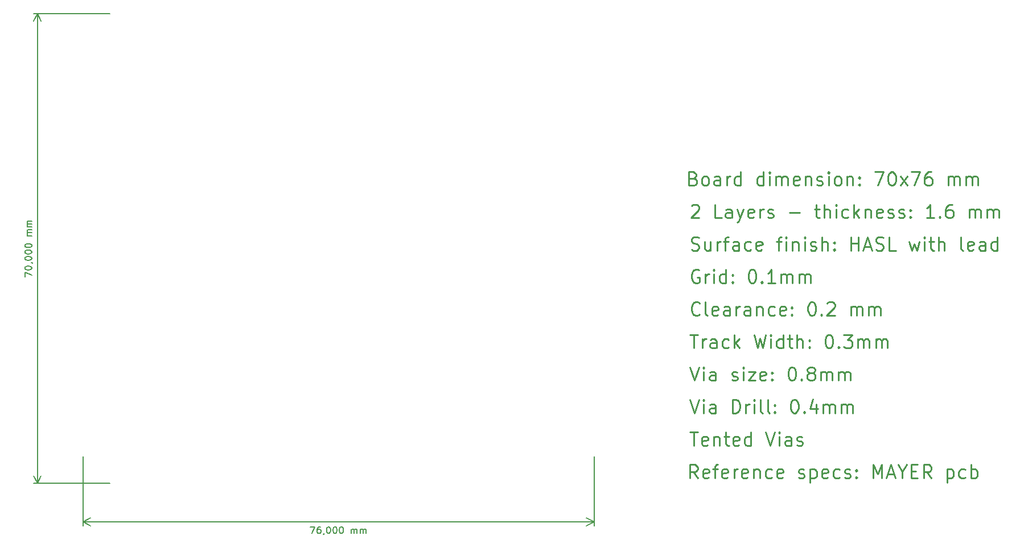
<source format=gbr>
%TF.GenerationSoftware,KiCad,Pcbnew,5.1.8-db9833491~87~ubuntu20.04.1*%
%TF.CreationDate,2020-11-15T00:24:13-03:00*%
%TF.ProjectId,dc_motor,64635f6d-6f74-46f7-922e-6b696361645f,Rev: 1.0*%
%TF.SameCoordinates,PX2dc6c00PY6cb8080*%
%TF.FileFunction,OtherDrawing,Comment*%
%FSLAX46Y46*%
G04 Gerber Fmt 4.6, Leading zero omitted, Abs format (unit mm)*
G04 Created by KiCad (PCBNEW 5.1.8-db9833491~87~ubuntu20.04.1) date 2020-11-15 00:24:13*
%MOMM*%
%LPD*%
G01*
G04 APERTURE LIST*
%ADD10C,0.250000*%
%ADD11C,0.150000*%
G04 APERTURE END LIST*
D10*
X90790476Y45442858D02*
X91076190Y45347620D01*
X91171428Y45252381D01*
X91266666Y45061905D01*
X91266666Y44776191D01*
X91171428Y44585715D01*
X91076190Y44490477D01*
X90885714Y44395239D01*
X90123809Y44395239D01*
X90123809Y46395239D01*
X90790476Y46395239D01*
X90980952Y46300000D01*
X91076190Y46204762D01*
X91171428Y46014286D01*
X91171428Y45823810D01*
X91076190Y45633334D01*
X90980952Y45538096D01*
X90790476Y45442858D01*
X90123809Y45442858D01*
X92409523Y44395239D02*
X92219047Y44490477D01*
X92123809Y44585715D01*
X92028571Y44776191D01*
X92028571Y45347620D01*
X92123809Y45538096D01*
X92219047Y45633334D01*
X92409523Y45728572D01*
X92695238Y45728572D01*
X92885714Y45633334D01*
X92980952Y45538096D01*
X93076190Y45347620D01*
X93076190Y44776191D01*
X92980952Y44585715D01*
X92885714Y44490477D01*
X92695238Y44395239D01*
X92409523Y44395239D01*
X94790476Y44395239D02*
X94790476Y45442858D01*
X94695238Y45633334D01*
X94504761Y45728572D01*
X94123809Y45728572D01*
X93933333Y45633334D01*
X94790476Y44490477D02*
X94600000Y44395239D01*
X94123809Y44395239D01*
X93933333Y44490477D01*
X93838095Y44680953D01*
X93838095Y44871429D01*
X93933333Y45061905D01*
X94123809Y45157143D01*
X94600000Y45157143D01*
X94790476Y45252381D01*
X95742857Y44395239D02*
X95742857Y45728572D01*
X95742857Y45347620D02*
X95838095Y45538096D01*
X95933333Y45633334D01*
X96123809Y45728572D01*
X96314285Y45728572D01*
X97838095Y44395239D02*
X97838095Y46395239D01*
X97838095Y44490477D02*
X97647619Y44395239D01*
X97266666Y44395239D01*
X97076190Y44490477D01*
X96980952Y44585715D01*
X96885714Y44776191D01*
X96885714Y45347620D01*
X96980952Y45538096D01*
X97076190Y45633334D01*
X97266666Y45728572D01*
X97647619Y45728572D01*
X97838095Y45633334D01*
X101171428Y44395239D02*
X101171428Y46395239D01*
X101171428Y44490477D02*
X100980952Y44395239D01*
X100600000Y44395239D01*
X100409523Y44490477D01*
X100314285Y44585715D01*
X100219047Y44776191D01*
X100219047Y45347620D01*
X100314285Y45538096D01*
X100409523Y45633334D01*
X100600000Y45728572D01*
X100980952Y45728572D01*
X101171428Y45633334D01*
X102123809Y44395239D02*
X102123809Y45728572D01*
X102123809Y46395239D02*
X102028571Y46300000D01*
X102123809Y46204762D01*
X102219047Y46300000D01*
X102123809Y46395239D01*
X102123809Y46204762D01*
X103076190Y44395239D02*
X103076190Y45728572D01*
X103076190Y45538096D02*
X103171428Y45633334D01*
X103361904Y45728572D01*
X103647619Y45728572D01*
X103838095Y45633334D01*
X103933333Y45442858D01*
X103933333Y44395239D01*
X103933333Y45442858D02*
X104028571Y45633334D01*
X104219047Y45728572D01*
X104504761Y45728572D01*
X104695238Y45633334D01*
X104790476Y45442858D01*
X104790476Y44395239D01*
X106504761Y44490477D02*
X106314285Y44395239D01*
X105933333Y44395239D01*
X105742857Y44490477D01*
X105647619Y44680953D01*
X105647619Y45442858D01*
X105742857Y45633334D01*
X105933333Y45728572D01*
X106314285Y45728572D01*
X106504761Y45633334D01*
X106600000Y45442858D01*
X106600000Y45252381D01*
X105647619Y45061905D01*
X107457142Y45728572D02*
X107457142Y44395239D01*
X107457142Y45538096D02*
X107552380Y45633334D01*
X107742857Y45728572D01*
X108028571Y45728572D01*
X108219047Y45633334D01*
X108314285Y45442858D01*
X108314285Y44395239D01*
X109171428Y44490477D02*
X109361904Y44395239D01*
X109742857Y44395239D01*
X109933333Y44490477D01*
X110028571Y44680953D01*
X110028571Y44776191D01*
X109933333Y44966667D01*
X109742857Y45061905D01*
X109457142Y45061905D01*
X109266666Y45157143D01*
X109171428Y45347620D01*
X109171428Y45442858D01*
X109266666Y45633334D01*
X109457142Y45728572D01*
X109742857Y45728572D01*
X109933333Y45633334D01*
X110885714Y44395239D02*
X110885714Y45728572D01*
X110885714Y46395239D02*
X110790476Y46300000D01*
X110885714Y46204762D01*
X110980952Y46300000D01*
X110885714Y46395239D01*
X110885714Y46204762D01*
X112123809Y44395239D02*
X111933333Y44490477D01*
X111838095Y44585715D01*
X111742857Y44776191D01*
X111742857Y45347620D01*
X111838095Y45538096D01*
X111933333Y45633334D01*
X112123809Y45728572D01*
X112409523Y45728572D01*
X112600000Y45633334D01*
X112695238Y45538096D01*
X112790476Y45347620D01*
X112790476Y44776191D01*
X112695238Y44585715D01*
X112600000Y44490477D01*
X112409523Y44395239D01*
X112123809Y44395239D01*
X113647619Y45728572D02*
X113647619Y44395239D01*
X113647619Y45538096D02*
X113742857Y45633334D01*
X113933333Y45728572D01*
X114219047Y45728572D01*
X114409523Y45633334D01*
X114504761Y45442858D01*
X114504761Y44395239D01*
X115457142Y44585715D02*
X115552380Y44490477D01*
X115457142Y44395239D01*
X115361904Y44490477D01*
X115457142Y44585715D01*
X115457142Y44395239D01*
X115457142Y45633334D02*
X115552380Y45538096D01*
X115457142Y45442858D01*
X115361904Y45538096D01*
X115457142Y45633334D01*
X115457142Y45442858D01*
X117742857Y46395239D02*
X119076190Y46395239D01*
X118219047Y44395239D01*
X120219047Y46395239D02*
X120409523Y46395239D01*
X120600000Y46300000D01*
X120695238Y46204762D01*
X120790476Y46014286D01*
X120885714Y45633334D01*
X120885714Y45157143D01*
X120790476Y44776191D01*
X120695238Y44585715D01*
X120600000Y44490477D01*
X120409523Y44395239D01*
X120219047Y44395239D01*
X120028571Y44490477D01*
X119933333Y44585715D01*
X119838095Y44776191D01*
X119742857Y45157143D01*
X119742857Y45633334D01*
X119838095Y46014286D01*
X119933333Y46204762D01*
X120028571Y46300000D01*
X120219047Y46395239D01*
X121552380Y44395239D02*
X122600000Y45728572D01*
X121552380Y45728572D02*
X122600000Y44395239D01*
X123171428Y46395239D02*
X124504761Y46395239D01*
X123647619Y44395239D01*
X126123809Y46395239D02*
X125742857Y46395239D01*
X125552380Y46300000D01*
X125457142Y46204762D01*
X125266666Y45919048D01*
X125171428Y45538096D01*
X125171428Y44776191D01*
X125266666Y44585715D01*
X125361904Y44490477D01*
X125552380Y44395239D01*
X125933333Y44395239D01*
X126123809Y44490477D01*
X126219047Y44585715D01*
X126314285Y44776191D01*
X126314285Y45252381D01*
X126219047Y45442858D01*
X126123809Y45538096D01*
X125933333Y45633334D01*
X125552380Y45633334D01*
X125361904Y45538096D01*
X125266666Y45442858D01*
X125171428Y45252381D01*
X128695238Y44395239D02*
X128695238Y45728572D01*
X128695238Y45538096D02*
X128790476Y45633334D01*
X128980952Y45728572D01*
X129266666Y45728572D01*
X129457142Y45633334D01*
X129552380Y45442858D01*
X129552380Y44395239D01*
X129552380Y45442858D02*
X129647619Y45633334D01*
X129838095Y45728572D01*
X130123809Y45728572D01*
X130314285Y45633334D01*
X130409523Y45442858D01*
X130409523Y44395239D01*
X131361904Y44395239D02*
X131361904Y45728572D01*
X131361904Y45538096D02*
X131457142Y45633334D01*
X131647619Y45728572D01*
X131933333Y45728572D01*
X132123809Y45633334D01*
X132219047Y45442858D01*
X132219047Y44395239D01*
X132219047Y45442858D02*
X132314285Y45633334D01*
X132504761Y45728572D01*
X132790476Y45728572D01*
X132980952Y45633334D01*
X133076190Y45442858D01*
X133076190Y44395239D01*
X90304761Y7639687D02*
X91447618Y7639687D01*
X90876190Y5639687D02*
X90876190Y7639687D01*
X92876190Y5734925D02*
X92685713Y5639687D01*
X92304761Y5639687D01*
X92114285Y5734925D01*
X92019047Y5925401D01*
X92019047Y6687306D01*
X92114285Y6877782D01*
X92304761Y6973020D01*
X92685713Y6973020D01*
X92876190Y6877782D01*
X92971428Y6687306D01*
X92971428Y6496829D01*
X92019047Y6306353D01*
X93828571Y6973020D02*
X93828571Y5639687D01*
X93828571Y6782544D02*
X93923809Y6877782D01*
X94114285Y6973020D01*
X94399999Y6973020D01*
X94590475Y6877782D01*
X94685713Y6687306D01*
X94685713Y5639687D01*
X95352380Y6973020D02*
X96114285Y6973020D01*
X95638094Y7639687D02*
X95638094Y5925401D01*
X95733332Y5734925D01*
X95923809Y5639687D01*
X96114285Y5639687D01*
X97542856Y5734925D02*
X97352380Y5639687D01*
X96971428Y5639687D01*
X96780952Y5734925D01*
X96685713Y5925401D01*
X96685713Y6687306D01*
X96780952Y6877782D01*
X96971428Y6973020D01*
X97352380Y6973020D01*
X97542856Y6877782D01*
X97638094Y6687306D01*
X97638094Y6496829D01*
X96685713Y6306353D01*
X99352380Y5639687D02*
X99352380Y7639687D01*
X99352380Y5734925D02*
X99161904Y5639687D01*
X98780952Y5639687D01*
X98590475Y5734925D01*
X98495237Y5830163D01*
X98399999Y6020639D01*
X98399999Y6592068D01*
X98495237Y6782544D01*
X98590475Y6877782D01*
X98780952Y6973020D01*
X99161904Y6973020D01*
X99352380Y6877782D01*
X101542856Y7639687D02*
X102209523Y5639687D01*
X102876190Y7639687D01*
X103542856Y5639687D02*
X103542856Y6973020D01*
X103542856Y7639687D02*
X103447618Y7544448D01*
X103542856Y7449210D01*
X103638094Y7544448D01*
X103542856Y7639687D01*
X103542856Y7449210D01*
X105352380Y5639687D02*
X105352380Y6687306D01*
X105257142Y6877782D01*
X105066666Y6973020D01*
X104685713Y6973020D01*
X104495237Y6877782D01*
X105352380Y5734925D02*
X105161904Y5639687D01*
X104685713Y5639687D01*
X104495237Y5734925D01*
X104399999Y5925401D01*
X104399999Y6115877D01*
X104495237Y6306353D01*
X104685713Y6401591D01*
X105161904Y6401591D01*
X105352380Y6496829D01*
X106209523Y5734925D02*
X106399999Y5639687D01*
X106780952Y5639687D01*
X106971428Y5734925D01*
X107066666Y5925401D01*
X107066666Y6020639D01*
X106971428Y6211115D01*
X106780952Y6306353D01*
X106495237Y6306353D01*
X106304761Y6401591D01*
X106209523Y6592068D01*
X106209523Y6687306D01*
X106304761Y6877782D01*
X106495237Y6973020D01*
X106780952Y6973020D01*
X106971428Y6877782D01*
X90495238Y34801589D02*
X90780952Y34706351D01*
X91257142Y34706351D01*
X91447619Y34801589D01*
X91542857Y34896827D01*
X91638095Y35087303D01*
X91638095Y35277779D01*
X91542857Y35468255D01*
X91447619Y35563493D01*
X91257142Y35658732D01*
X90876190Y35753970D01*
X90685714Y35849208D01*
X90590476Y35944446D01*
X90495238Y36134922D01*
X90495238Y36325398D01*
X90590476Y36515874D01*
X90685714Y36611112D01*
X90876190Y36706351D01*
X91352381Y36706351D01*
X91638095Y36611112D01*
X93352381Y36039684D02*
X93352381Y34706351D01*
X92495238Y36039684D02*
X92495238Y34992065D01*
X92590476Y34801589D01*
X92780952Y34706351D01*
X93066666Y34706351D01*
X93257142Y34801589D01*
X93352381Y34896827D01*
X94304762Y34706351D02*
X94304762Y36039684D01*
X94304762Y35658732D02*
X94400000Y35849208D01*
X94495238Y35944446D01*
X94685714Y36039684D01*
X94876190Y36039684D01*
X95257142Y36039684D02*
X96019047Y36039684D01*
X95542857Y34706351D02*
X95542857Y36420636D01*
X95638095Y36611112D01*
X95828571Y36706351D01*
X96019047Y36706351D01*
X97542857Y34706351D02*
X97542857Y35753970D01*
X97447619Y35944446D01*
X97257142Y36039684D01*
X96876190Y36039684D01*
X96685714Y35944446D01*
X97542857Y34801589D02*
X97352381Y34706351D01*
X96876190Y34706351D01*
X96685714Y34801589D01*
X96590476Y34992065D01*
X96590476Y35182541D01*
X96685714Y35373017D01*
X96876190Y35468255D01*
X97352381Y35468255D01*
X97542857Y35563493D01*
X99352381Y34801589D02*
X99161904Y34706351D01*
X98780952Y34706351D01*
X98590476Y34801589D01*
X98495238Y34896827D01*
X98400000Y35087303D01*
X98400000Y35658732D01*
X98495238Y35849208D01*
X98590476Y35944446D01*
X98780952Y36039684D01*
X99161904Y36039684D01*
X99352381Y35944446D01*
X100971428Y34801589D02*
X100780952Y34706351D01*
X100400000Y34706351D01*
X100209523Y34801589D01*
X100114285Y34992065D01*
X100114285Y35753970D01*
X100209523Y35944446D01*
X100400000Y36039684D01*
X100780952Y36039684D01*
X100971428Y35944446D01*
X101066666Y35753970D01*
X101066666Y35563493D01*
X100114285Y35373017D01*
X103161904Y36039684D02*
X103923809Y36039684D01*
X103447619Y34706351D02*
X103447619Y36420636D01*
X103542857Y36611112D01*
X103733333Y36706351D01*
X103923809Y36706351D01*
X104590476Y34706351D02*
X104590476Y36039684D01*
X104590476Y36706351D02*
X104495238Y36611112D01*
X104590476Y36515874D01*
X104685714Y36611112D01*
X104590476Y36706351D01*
X104590476Y36515874D01*
X105542857Y36039684D02*
X105542857Y34706351D01*
X105542857Y35849208D02*
X105638095Y35944446D01*
X105828571Y36039684D01*
X106114285Y36039684D01*
X106304762Y35944446D01*
X106400000Y35753970D01*
X106400000Y34706351D01*
X107352381Y34706351D02*
X107352381Y36039684D01*
X107352381Y36706351D02*
X107257142Y36611112D01*
X107352381Y36515874D01*
X107447619Y36611112D01*
X107352381Y36706351D01*
X107352381Y36515874D01*
X108209523Y34801589D02*
X108400000Y34706351D01*
X108780952Y34706351D01*
X108971428Y34801589D01*
X109066666Y34992065D01*
X109066666Y35087303D01*
X108971428Y35277779D01*
X108780952Y35373017D01*
X108495238Y35373017D01*
X108304762Y35468255D01*
X108209523Y35658732D01*
X108209523Y35753970D01*
X108304762Y35944446D01*
X108495238Y36039684D01*
X108780952Y36039684D01*
X108971428Y35944446D01*
X109923809Y34706351D02*
X109923809Y36706351D01*
X110780952Y34706351D02*
X110780952Y35753970D01*
X110685714Y35944446D01*
X110495238Y36039684D01*
X110209523Y36039684D01*
X110019047Y35944446D01*
X109923809Y35849208D01*
X111733333Y34896827D02*
X111828571Y34801589D01*
X111733333Y34706351D01*
X111638095Y34801589D01*
X111733333Y34896827D01*
X111733333Y34706351D01*
X111733333Y35944446D02*
X111828571Y35849208D01*
X111733333Y35753970D01*
X111638095Y35849208D01*
X111733333Y35944446D01*
X111733333Y35753970D01*
X114209523Y34706351D02*
X114209523Y36706351D01*
X114209523Y35753970D02*
X115352381Y35753970D01*
X115352381Y34706351D02*
X115352381Y36706351D01*
X116209523Y35277779D02*
X117161904Y35277779D01*
X116019047Y34706351D02*
X116685714Y36706351D01*
X117352381Y34706351D01*
X117923809Y34801589D02*
X118209523Y34706351D01*
X118685714Y34706351D01*
X118876190Y34801589D01*
X118971428Y34896827D01*
X119066666Y35087303D01*
X119066666Y35277779D01*
X118971428Y35468255D01*
X118876190Y35563493D01*
X118685714Y35658732D01*
X118304762Y35753970D01*
X118114285Y35849208D01*
X118019047Y35944446D01*
X117923809Y36134922D01*
X117923809Y36325398D01*
X118019047Y36515874D01*
X118114285Y36611112D01*
X118304762Y36706351D01*
X118780952Y36706351D01*
X119066666Y36611112D01*
X120876190Y34706351D02*
X119923809Y34706351D01*
X119923809Y36706351D01*
X122876190Y36039684D02*
X123257142Y34706351D01*
X123638095Y35658732D01*
X124019047Y34706351D01*
X124400000Y36039684D01*
X125161904Y34706351D02*
X125161904Y36039684D01*
X125161904Y36706351D02*
X125066666Y36611112D01*
X125161904Y36515874D01*
X125257142Y36611112D01*
X125161904Y36706351D01*
X125161904Y36515874D01*
X125828571Y36039684D02*
X126590476Y36039684D01*
X126114285Y36706351D02*
X126114285Y34992065D01*
X126209523Y34801589D01*
X126400000Y34706351D01*
X126590476Y34706351D01*
X127257142Y34706351D02*
X127257142Y36706351D01*
X128114285Y34706351D02*
X128114285Y35753970D01*
X128019047Y35944446D01*
X127828571Y36039684D01*
X127542857Y36039684D01*
X127352381Y35944446D01*
X127257142Y35849208D01*
X130876190Y34706351D02*
X130685714Y34801589D01*
X130590476Y34992065D01*
X130590476Y36706351D01*
X132400000Y34801589D02*
X132209523Y34706351D01*
X131828571Y34706351D01*
X131638095Y34801589D01*
X131542857Y34992065D01*
X131542857Y35753970D01*
X131638095Y35944446D01*
X131828571Y36039684D01*
X132209523Y36039684D01*
X132400000Y35944446D01*
X132495238Y35753970D01*
X132495238Y35563493D01*
X131542857Y35373017D01*
X134209523Y34706351D02*
X134209523Y35753970D01*
X134114285Y35944446D01*
X133923809Y36039684D01*
X133542857Y36039684D01*
X133352381Y35944446D01*
X134209523Y34801589D02*
X134019047Y34706351D01*
X133542857Y34706351D01*
X133352381Y34801589D01*
X133257142Y34992065D01*
X133257142Y35182541D01*
X133352381Y35373017D01*
X133542857Y35468255D01*
X134019047Y35468255D01*
X134209523Y35563493D01*
X136019047Y34706351D02*
X136019047Y36706351D01*
X136019047Y34801589D02*
X135828571Y34706351D01*
X135447619Y34706351D01*
X135257142Y34801589D01*
X135161904Y34896827D01*
X135066666Y35087303D01*
X135066666Y35658732D01*
X135161904Y35849208D01*
X135257142Y35944446D01*
X135447619Y36039684D01*
X135828571Y36039684D01*
X136019047Y35944446D01*
X91409523Y795239D02*
X90742857Y1747620D01*
X90266666Y795239D02*
X90266666Y2795239D01*
X91028571Y2795239D01*
X91219047Y2700000D01*
X91314285Y2604762D01*
X91409523Y2414286D01*
X91409523Y2128572D01*
X91314285Y1938096D01*
X91219047Y1842858D01*
X91028571Y1747620D01*
X90266666Y1747620D01*
X93028571Y890477D02*
X92838095Y795239D01*
X92457142Y795239D01*
X92266666Y890477D01*
X92171428Y1080953D01*
X92171428Y1842858D01*
X92266666Y2033334D01*
X92457142Y2128572D01*
X92838095Y2128572D01*
X93028571Y2033334D01*
X93123809Y1842858D01*
X93123809Y1652381D01*
X92171428Y1461905D01*
X93695238Y2128572D02*
X94457142Y2128572D01*
X93980952Y795239D02*
X93980952Y2509524D01*
X94076190Y2700000D01*
X94266666Y2795239D01*
X94457142Y2795239D01*
X95885714Y890477D02*
X95695238Y795239D01*
X95314285Y795239D01*
X95123809Y890477D01*
X95028571Y1080953D01*
X95028571Y1842858D01*
X95123809Y2033334D01*
X95314285Y2128572D01*
X95695238Y2128572D01*
X95885714Y2033334D01*
X95980952Y1842858D01*
X95980952Y1652381D01*
X95028571Y1461905D01*
X96838095Y795239D02*
X96838095Y2128572D01*
X96838095Y1747620D02*
X96933333Y1938096D01*
X97028571Y2033334D01*
X97219047Y2128572D01*
X97409523Y2128572D01*
X98838095Y890477D02*
X98647619Y795239D01*
X98266666Y795239D01*
X98076190Y890477D01*
X97980952Y1080953D01*
X97980952Y1842858D01*
X98076190Y2033334D01*
X98266666Y2128572D01*
X98647619Y2128572D01*
X98838095Y2033334D01*
X98933333Y1842858D01*
X98933333Y1652381D01*
X97980952Y1461905D01*
X99790476Y2128572D02*
X99790476Y795239D01*
X99790476Y1938096D02*
X99885714Y2033334D01*
X100076190Y2128572D01*
X100361904Y2128572D01*
X100552380Y2033334D01*
X100647619Y1842858D01*
X100647619Y795239D01*
X102457142Y890477D02*
X102266666Y795239D01*
X101885714Y795239D01*
X101695238Y890477D01*
X101600000Y985715D01*
X101504761Y1176191D01*
X101504761Y1747620D01*
X101600000Y1938096D01*
X101695238Y2033334D01*
X101885714Y2128572D01*
X102266666Y2128572D01*
X102457142Y2033334D01*
X104076190Y890477D02*
X103885714Y795239D01*
X103504761Y795239D01*
X103314285Y890477D01*
X103219047Y1080953D01*
X103219047Y1842858D01*
X103314285Y2033334D01*
X103504761Y2128572D01*
X103885714Y2128572D01*
X104076190Y2033334D01*
X104171428Y1842858D01*
X104171428Y1652381D01*
X103219047Y1461905D01*
X106457142Y890477D02*
X106647619Y795239D01*
X107028571Y795239D01*
X107219047Y890477D01*
X107314285Y1080953D01*
X107314285Y1176191D01*
X107219047Y1366667D01*
X107028571Y1461905D01*
X106742857Y1461905D01*
X106552380Y1557143D01*
X106457142Y1747620D01*
X106457142Y1842858D01*
X106552380Y2033334D01*
X106742857Y2128572D01*
X107028571Y2128572D01*
X107219047Y2033334D01*
X108171428Y2128572D02*
X108171428Y128572D01*
X108171428Y2033334D02*
X108361904Y2128572D01*
X108742857Y2128572D01*
X108933333Y2033334D01*
X109028571Y1938096D01*
X109123809Y1747620D01*
X109123809Y1176191D01*
X109028571Y985715D01*
X108933333Y890477D01*
X108742857Y795239D01*
X108361904Y795239D01*
X108171428Y890477D01*
X110742857Y890477D02*
X110552380Y795239D01*
X110171428Y795239D01*
X109980952Y890477D01*
X109885714Y1080953D01*
X109885714Y1842858D01*
X109980952Y2033334D01*
X110171428Y2128572D01*
X110552380Y2128572D01*
X110742857Y2033334D01*
X110838095Y1842858D01*
X110838095Y1652381D01*
X109885714Y1461905D01*
X112552380Y890477D02*
X112361904Y795239D01*
X111980952Y795239D01*
X111790476Y890477D01*
X111695238Y985715D01*
X111600000Y1176191D01*
X111600000Y1747620D01*
X111695238Y1938096D01*
X111790476Y2033334D01*
X111980952Y2128572D01*
X112361904Y2128572D01*
X112552380Y2033334D01*
X113314285Y890477D02*
X113504761Y795239D01*
X113885714Y795239D01*
X114076190Y890477D01*
X114171428Y1080953D01*
X114171428Y1176191D01*
X114076190Y1366667D01*
X113885714Y1461905D01*
X113600000Y1461905D01*
X113409523Y1557143D01*
X113314285Y1747620D01*
X113314285Y1842858D01*
X113409523Y2033334D01*
X113600000Y2128572D01*
X113885714Y2128572D01*
X114076190Y2033334D01*
X115028571Y985715D02*
X115123809Y890477D01*
X115028571Y795239D01*
X114933333Y890477D01*
X115028571Y985715D01*
X115028571Y795239D01*
X115028571Y2033334D02*
X115123809Y1938096D01*
X115028571Y1842858D01*
X114933333Y1938096D01*
X115028571Y2033334D01*
X115028571Y1842858D01*
X117504761Y795239D02*
X117504761Y2795239D01*
X118171428Y1366667D01*
X118838095Y2795239D01*
X118838095Y795239D01*
X119695238Y1366667D02*
X120647619Y1366667D01*
X119504761Y795239D02*
X120171428Y2795239D01*
X120838095Y795239D01*
X121885714Y1747620D02*
X121885714Y795239D01*
X121219047Y2795239D02*
X121885714Y1747620D01*
X122552380Y2795239D01*
X123219047Y1842858D02*
X123885714Y1842858D01*
X124171428Y795239D02*
X123219047Y795239D01*
X123219047Y2795239D01*
X124171428Y2795239D01*
X126171428Y795239D02*
X125504761Y1747620D01*
X125028571Y795239D02*
X125028571Y2795239D01*
X125790476Y2795239D01*
X125980952Y2700000D01*
X126076190Y2604762D01*
X126171428Y2414286D01*
X126171428Y2128572D01*
X126076190Y1938096D01*
X125980952Y1842858D01*
X125790476Y1747620D01*
X125028571Y1747620D01*
X128552380Y2128572D02*
X128552380Y128572D01*
X128552380Y2033334D02*
X128742857Y2128572D01*
X129123809Y2128572D01*
X129314285Y2033334D01*
X129409523Y1938096D01*
X129504761Y1747620D01*
X129504761Y1176191D01*
X129409523Y985715D01*
X129314285Y890477D01*
X129123809Y795239D01*
X128742857Y795239D01*
X128552380Y890477D01*
X131219047Y890477D02*
X131028571Y795239D01*
X130647619Y795239D01*
X130457142Y890477D01*
X130361904Y985715D01*
X130266666Y1176191D01*
X130266666Y1747620D01*
X130361904Y1938096D01*
X130457142Y2033334D01*
X130647619Y2128572D01*
X131028571Y2128572D01*
X131219047Y2033334D01*
X132076190Y795239D02*
X132076190Y2795239D01*
X132076190Y2033334D02*
X132266666Y2128572D01*
X132647619Y2128572D01*
X132838095Y2033334D01*
X132933333Y1938096D01*
X133028571Y1747620D01*
X133028571Y1176191D01*
X132933333Y985715D01*
X132838095Y890477D01*
X132647619Y795239D01*
X132266666Y795239D01*
X132076190Y890477D01*
X90495238Y41360318D02*
X90590476Y41455556D01*
X90780952Y41550795D01*
X91257142Y41550795D01*
X91447619Y41455556D01*
X91542857Y41360318D01*
X91638095Y41169842D01*
X91638095Y40979366D01*
X91542857Y40693652D01*
X90400000Y39550795D01*
X91638095Y39550795D01*
X94971428Y39550795D02*
X94019047Y39550795D01*
X94019047Y41550795D01*
X96495238Y39550795D02*
X96495238Y40598414D01*
X96400000Y40788890D01*
X96209523Y40884128D01*
X95828571Y40884128D01*
X95638095Y40788890D01*
X96495238Y39646033D02*
X96304761Y39550795D01*
X95828571Y39550795D01*
X95638095Y39646033D01*
X95542857Y39836509D01*
X95542857Y40026985D01*
X95638095Y40217461D01*
X95828571Y40312699D01*
X96304761Y40312699D01*
X96495238Y40407937D01*
X97257142Y40884128D02*
X97733333Y39550795D01*
X98209523Y40884128D02*
X97733333Y39550795D01*
X97542857Y39074604D01*
X97447619Y38979366D01*
X97257142Y38884128D01*
X99733333Y39646033D02*
X99542857Y39550795D01*
X99161904Y39550795D01*
X98971428Y39646033D01*
X98876190Y39836509D01*
X98876190Y40598414D01*
X98971428Y40788890D01*
X99161904Y40884128D01*
X99542857Y40884128D01*
X99733333Y40788890D01*
X99828571Y40598414D01*
X99828571Y40407937D01*
X98876190Y40217461D01*
X100685714Y39550795D02*
X100685714Y40884128D01*
X100685714Y40503176D02*
X100780952Y40693652D01*
X100876190Y40788890D01*
X101066666Y40884128D01*
X101257142Y40884128D01*
X101828571Y39646033D02*
X102019047Y39550795D01*
X102400000Y39550795D01*
X102590476Y39646033D01*
X102685714Y39836509D01*
X102685714Y39931747D01*
X102590476Y40122223D01*
X102400000Y40217461D01*
X102114285Y40217461D01*
X101923809Y40312699D01*
X101828571Y40503176D01*
X101828571Y40598414D01*
X101923809Y40788890D01*
X102114285Y40884128D01*
X102400000Y40884128D01*
X102590476Y40788890D01*
X105066666Y40312699D02*
X106590476Y40312699D01*
X108780952Y40884128D02*
X109542857Y40884128D01*
X109066666Y41550795D02*
X109066666Y39836509D01*
X109161904Y39646033D01*
X109352380Y39550795D01*
X109542857Y39550795D01*
X110209523Y39550795D02*
X110209523Y41550795D01*
X111066666Y39550795D02*
X111066666Y40598414D01*
X110971428Y40788890D01*
X110780952Y40884128D01*
X110495238Y40884128D01*
X110304761Y40788890D01*
X110209523Y40693652D01*
X112019047Y39550795D02*
X112019047Y40884128D01*
X112019047Y41550795D02*
X111923809Y41455556D01*
X112019047Y41360318D01*
X112114285Y41455556D01*
X112019047Y41550795D01*
X112019047Y41360318D01*
X113828571Y39646033D02*
X113638095Y39550795D01*
X113257142Y39550795D01*
X113066666Y39646033D01*
X112971428Y39741271D01*
X112876190Y39931747D01*
X112876190Y40503176D01*
X112971428Y40693652D01*
X113066666Y40788890D01*
X113257142Y40884128D01*
X113638095Y40884128D01*
X113828571Y40788890D01*
X114685714Y39550795D02*
X114685714Y41550795D01*
X114876190Y40312699D02*
X115447619Y39550795D01*
X115447619Y40884128D02*
X114685714Y40122223D01*
X116304761Y40884128D02*
X116304761Y39550795D01*
X116304761Y40693652D02*
X116400000Y40788890D01*
X116590476Y40884128D01*
X116876190Y40884128D01*
X117066666Y40788890D01*
X117161904Y40598414D01*
X117161904Y39550795D01*
X118876190Y39646033D02*
X118685714Y39550795D01*
X118304761Y39550795D01*
X118114285Y39646033D01*
X118019047Y39836509D01*
X118019047Y40598414D01*
X118114285Y40788890D01*
X118304761Y40884128D01*
X118685714Y40884128D01*
X118876190Y40788890D01*
X118971428Y40598414D01*
X118971428Y40407937D01*
X118019047Y40217461D01*
X119733333Y39646033D02*
X119923809Y39550795D01*
X120304761Y39550795D01*
X120495238Y39646033D01*
X120590476Y39836509D01*
X120590476Y39931747D01*
X120495238Y40122223D01*
X120304761Y40217461D01*
X120019047Y40217461D01*
X119828571Y40312699D01*
X119733333Y40503176D01*
X119733333Y40598414D01*
X119828571Y40788890D01*
X120019047Y40884128D01*
X120304761Y40884128D01*
X120495238Y40788890D01*
X121352380Y39646033D02*
X121542857Y39550795D01*
X121923809Y39550795D01*
X122114285Y39646033D01*
X122209523Y39836509D01*
X122209523Y39931747D01*
X122114285Y40122223D01*
X121923809Y40217461D01*
X121638095Y40217461D01*
X121447619Y40312699D01*
X121352380Y40503176D01*
X121352380Y40598414D01*
X121447619Y40788890D01*
X121638095Y40884128D01*
X121923809Y40884128D01*
X122114285Y40788890D01*
X123066666Y39741271D02*
X123161904Y39646033D01*
X123066666Y39550795D01*
X122971428Y39646033D01*
X123066666Y39741271D01*
X123066666Y39550795D01*
X123066666Y40788890D02*
X123161904Y40693652D01*
X123066666Y40598414D01*
X122971428Y40693652D01*
X123066666Y40788890D01*
X123066666Y40598414D01*
X126590476Y39550795D02*
X125447619Y39550795D01*
X126019047Y39550795D02*
X126019047Y41550795D01*
X125828571Y41265080D01*
X125638095Y41074604D01*
X125447619Y40979366D01*
X127447619Y39741271D02*
X127542857Y39646033D01*
X127447619Y39550795D01*
X127352380Y39646033D01*
X127447619Y39741271D01*
X127447619Y39550795D01*
X129257142Y41550795D02*
X128876190Y41550795D01*
X128685714Y41455556D01*
X128590476Y41360318D01*
X128400000Y41074604D01*
X128304761Y40693652D01*
X128304761Y39931747D01*
X128400000Y39741271D01*
X128495238Y39646033D01*
X128685714Y39550795D01*
X129066666Y39550795D01*
X129257142Y39646033D01*
X129352380Y39741271D01*
X129447619Y39931747D01*
X129447619Y40407937D01*
X129352380Y40598414D01*
X129257142Y40693652D01*
X129066666Y40788890D01*
X128685714Y40788890D01*
X128495238Y40693652D01*
X128400000Y40598414D01*
X128304761Y40407937D01*
X131828571Y39550795D02*
X131828571Y40884128D01*
X131828571Y40693652D02*
X131923809Y40788890D01*
X132114285Y40884128D01*
X132400000Y40884128D01*
X132590476Y40788890D01*
X132685714Y40598414D01*
X132685714Y39550795D01*
X132685714Y40598414D02*
X132780952Y40788890D01*
X132971428Y40884128D01*
X133257142Y40884128D01*
X133447619Y40788890D01*
X133542857Y40598414D01*
X133542857Y39550795D01*
X134495238Y39550795D02*
X134495238Y40884128D01*
X134495238Y40693652D02*
X134590476Y40788890D01*
X134780952Y40884128D01*
X135066666Y40884128D01*
X135257142Y40788890D01*
X135352380Y40598414D01*
X135352380Y39550795D01*
X135352380Y40598414D02*
X135447619Y40788890D01*
X135638095Y40884128D01*
X135923809Y40884128D01*
X136114285Y40788890D01*
X136209523Y40598414D01*
X136209523Y39550795D01*
X91638095Y31766668D02*
X91447619Y31861907D01*
X91161904Y31861907D01*
X90876190Y31766668D01*
X90685714Y31576192D01*
X90590476Y31385716D01*
X90495238Y31004764D01*
X90495238Y30719049D01*
X90590476Y30338097D01*
X90685714Y30147621D01*
X90876190Y29957145D01*
X91161904Y29861907D01*
X91352380Y29861907D01*
X91638095Y29957145D01*
X91733333Y30052383D01*
X91733333Y30719049D01*
X91352380Y30719049D01*
X92590476Y29861907D02*
X92590476Y31195240D01*
X92590476Y30814288D02*
X92685714Y31004764D01*
X92780952Y31100002D01*
X92971428Y31195240D01*
X93161904Y31195240D01*
X93828571Y29861907D02*
X93828571Y31195240D01*
X93828571Y31861907D02*
X93733333Y31766668D01*
X93828571Y31671430D01*
X93923809Y31766668D01*
X93828571Y31861907D01*
X93828571Y31671430D01*
X95638095Y29861907D02*
X95638095Y31861907D01*
X95638095Y29957145D02*
X95447619Y29861907D01*
X95066666Y29861907D01*
X94876190Y29957145D01*
X94780952Y30052383D01*
X94685714Y30242859D01*
X94685714Y30814288D01*
X94780952Y31004764D01*
X94876190Y31100002D01*
X95066666Y31195240D01*
X95447619Y31195240D01*
X95638095Y31100002D01*
X96590476Y30052383D02*
X96685714Y29957145D01*
X96590476Y29861907D01*
X96495238Y29957145D01*
X96590476Y30052383D01*
X96590476Y29861907D01*
X96590476Y31100002D02*
X96685714Y31004764D01*
X96590476Y30909526D01*
X96495238Y31004764D01*
X96590476Y31100002D01*
X96590476Y30909526D01*
X99447619Y31861907D02*
X99638095Y31861907D01*
X99828571Y31766668D01*
X99923809Y31671430D01*
X100019047Y31480954D01*
X100114285Y31100002D01*
X100114285Y30623811D01*
X100019047Y30242859D01*
X99923809Y30052383D01*
X99828571Y29957145D01*
X99638095Y29861907D01*
X99447619Y29861907D01*
X99257142Y29957145D01*
X99161904Y30052383D01*
X99066666Y30242859D01*
X98971428Y30623811D01*
X98971428Y31100002D01*
X99066666Y31480954D01*
X99161904Y31671430D01*
X99257142Y31766668D01*
X99447619Y31861907D01*
X100971428Y30052383D02*
X101066666Y29957145D01*
X100971428Y29861907D01*
X100876190Y29957145D01*
X100971428Y30052383D01*
X100971428Y29861907D01*
X102971428Y29861907D02*
X101828571Y29861907D01*
X102400000Y29861907D02*
X102400000Y31861907D01*
X102209523Y31576192D01*
X102019047Y31385716D01*
X101828571Y31290478D01*
X103828571Y29861907D02*
X103828571Y31195240D01*
X103828571Y31004764D02*
X103923809Y31100002D01*
X104114285Y31195240D01*
X104400000Y31195240D01*
X104590476Y31100002D01*
X104685714Y30909526D01*
X104685714Y29861907D01*
X104685714Y30909526D02*
X104780952Y31100002D01*
X104971428Y31195240D01*
X105257142Y31195240D01*
X105447619Y31100002D01*
X105542857Y30909526D01*
X105542857Y29861907D01*
X106495238Y29861907D02*
X106495238Y31195240D01*
X106495238Y31004764D02*
X106590476Y31100002D01*
X106780952Y31195240D01*
X107066666Y31195240D01*
X107257142Y31100002D01*
X107352380Y30909526D01*
X107352380Y29861907D01*
X107352380Y30909526D02*
X107447619Y31100002D01*
X107638095Y31195240D01*
X107923809Y31195240D01*
X108114285Y31100002D01*
X108209523Y30909526D01*
X108209523Y29861907D01*
X90304761Y12484131D02*
X90971428Y10484131D01*
X91638095Y12484131D01*
X92304761Y10484131D02*
X92304761Y11817464D01*
X92304761Y12484131D02*
X92209523Y12388892D01*
X92304761Y12293654D01*
X92399999Y12388892D01*
X92304761Y12484131D01*
X92304761Y12293654D01*
X94114285Y10484131D02*
X94114285Y11531750D01*
X94019047Y11722226D01*
X93828571Y11817464D01*
X93447618Y11817464D01*
X93257142Y11722226D01*
X94114285Y10579369D02*
X93923809Y10484131D01*
X93447618Y10484131D01*
X93257142Y10579369D01*
X93161904Y10769845D01*
X93161904Y10960321D01*
X93257142Y11150797D01*
X93447618Y11246035D01*
X93923809Y11246035D01*
X94114285Y11341273D01*
X96590476Y10484131D02*
X96590476Y12484131D01*
X97066666Y12484131D01*
X97352380Y12388892D01*
X97542857Y12198416D01*
X97638095Y12007940D01*
X97733333Y11626988D01*
X97733333Y11341273D01*
X97638095Y10960321D01*
X97542857Y10769845D01*
X97352380Y10579369D01*
X97066666Y10484131D01*
X96590476Y10484131D01*
X98590476Y10484131D02*
X98590476Y11817464D01*
X98590476Y11436512D02*
X98685714Y11626988D01*
X98780952Y11722226D01*
X98971428Y11817464D01*
X99161904Y11817464D01*
X99828571Y10484131D02*
X99828571Y11817464D01*
X99828571Y12484131D02*
X99733333Y12388892D01*
X99828571Y12293654D01*
X99923809Y12388892D01*
X99828571Y12484131D01*
X99828571Y12293654D01*
X101066666Y10484131D02*
X100876190Y10579369D01*
X100780952Y10769845D01*
X100780952Y12484131D01*
X102114285Y10484131D02*
X101923809Y10579369D01*
X101828571Y10769845D01*
X101828571Y12484131D01*
X102876190Y10674607D02*
X102971428Y10579369D01*
X102876190Y10484131D01*
X102780952Y10579369D01*
X102876190Y10674607D01*
X102876190Y10484131D01*
X102876190Y11722226D02*
X102971428Y11626988D01*
X102876190Y11531750D01*
X102780952Y11626988D01*
X102876190Y11722226D01*
X102876190Y11531750D01*
X105733333Y12484131D02*
X105923809Y12484131D01*
X106114285Y12388892D01*
X106209523Y12293654D01*
X106304761Y12103178D01*
X106399999Y11722226D01*
X106399999Y11246035D01*
X106304761Y10865083D01*
X106209523Y10674607D01*
X106114285Y10579369D01*
X105923809Y10484131D01*
X105733333Y10484131D01*
X105542857Y10579369D01*
X105447618Y10674607D01*
X105352380Y10865083D01*
X105257142Y11246035D01*
X105257142Y11722226D01*
X105352380Y12103178D01*
X105447618Y12293654D01*
X105542857Y12388892D01*
X105733333Y12484131D01*
X107257142Y10674607D02*
X107352380Y10579369D01*
X107257142Y10484131D01*
X107161904Y10579369D01*
X107257142Y10674607D01*
X107257142Y10484131D01*
X109066666Y11817464D02*
X109066666Y10484131D01*
X108590476Y12579369D02*
X108114285Y11150797D01*
X109352380Y11150797D01*
X110114285Y10484131D02*
X110114285Y11817464D01*
X110114285Y11626988D02*
X110209523Y11722226D01*
X110399999Y11817464D01*
X110685714Y11817464D01*
X110876190Y11722226D01*
X110971428Y11531750D01*
X110971428Y10484131D01*
X110971428Y11531750D02*
X111066666Y11722226D01*
X111257142Y11817464D01*
X111542857Y11817464D01*
X111733333Y11722226D01*
X111828571Y11531750D01*
X111828571Y10484131D01*
X112780952Y10484131D02*
X112780952Y11817464D01*
X112780952Y11626988D02*
X112876190Y11722226D01*
X113066666Y11817464D01*
X113352380Y11817464D01*
X113542857Y11722226D01*
X113638095Y11531750D01*
X113638095Y10484131D01*
X113638095Y11531750D02*
X113733333Y11722226D01*
X113923809Y11817464D01*
X114209523Y11817464D01*
X114399999Y11722226D01*
X114495237Y11531750D01*
X114495237Y10484131D01*
X90304761Y17328575D02*
X90971428Y15328575D01*
X91638095Y17328575D01*
X92304761Y15328575D02*
X92304761Y16661908D01*
X92304761Y17328575D02*
X92209523Y17233336D01*
X92304761Y17138098D01*
X92400000Y17233336D01*
X92304761Y17328575D01*
X92304761Y17138098D01*
X94114285Y15328575D02*
X94114285Y16376194D01*
X94019047Y16566670D01*
X93828571Y16661908D01*
X93447619Y16661908D01*
X93257142Y16566670D01*
X94114285Y15423813D02*
X93923809Y15328575D01*
X93447619Y15328575D01*
X93257142Y15423813D01*
X93161904Y15614289D01*
X93161904Y15804765D01*
X93257142Y15995241D01*
X93447619Y16090479D01*
X93923809Y16090479D01*
X94114285Y16185717D01*
X96495238Y15423813D02*
X96685714Y15328575D01*
X97066666Y15328575D01*
X97257142Y15423813D01*
X97352381Y15614289D01*
X97352381Y15709527D01*
X97257142Y15900003D01*
X97066666Y15995241D01*
X96780952Y15995241D01*
X96590476Y16090479D01*
X96495238Y16280956D01*
X96495238Y16376194D01*
X96590476Y16566670D01*
X96780952Y16661908D01*
X97066666Y16661908D01*
X97257142Y16566670D01*
X98209523Y15328575D02*
X98209523Y16661908D01*
X98209523Y17328575D02*
X98114285Y17233336D01*
X98209523Y17138098D01*
X98304761Y17233336D01*
X98209523Y17328575D01*
X98209523Y17138098D01*
X98971428Y16661908D02*
X100019047Y16661908D01*
X98971428Y15328575D01*
X100019047Y15328575D01*
X101542857Y15423813D02*
X101352381Y15328575D01*
X100971428Y15328575D01*
X100780952Y15423813D01*
X100685714Y15614289D01*
X100685714Y16376194D01*
X100780952Y16566670D01*
X100971428Y16661908D01*
X101352381Y16661908D01*
X101542857Y16566670D01*
X101638095Y16376194D01*
X101638095Y16185717D01*
X100685714Y15995241D01*
X102495238Y15519051D02*
X102590476Y15423813D01*
X102495238Y15328575D01*
X102400000Y15423813D01*
X102495238Y15519051D01*
X102495238Y15328575D01*
X102495238Y16566670D02*
X102590476Y16471432D01*
X102495238Y16376194D01*
X102400000Y16471432D01*
X102495238Y16566670D01*
X102495238Y16376194D01*
X105352381Y17328575D02*
X105542857Y17328575D01*
X105733333Y17233336D01*
X105828571Y17138098D01*
X105923809Y16947622D01*
X106019047Y16566670D01*
X106019047Y16090479D01*
X105923809Y15709527D01*
X105828571Y15519051D01*
X105733333Y15423813D01*
X105542857Y15328575D01*
X105352381Y15328575D01*
X105161904Y15423813D01*
X105066666Y15519051D01*
X104971428Y15709527D01*
X104876190Y16090479D01*
X104876190Y16566670D01*
X104971428Y16947622D01*
X105066666Y17138098D01*
X105161904Y17233336D01*
X105352381Y17328575D01*
X106876190Y15519051D02*
X106971428Y15423813D01*
X106876190Y15328575D01*
X106780952Y15423813D01*
X106876190Y15519051D01*
X106876190Y15328575D01*
X108114285Y16471432D02*
X107923809Y16566670D01*
X107828571Y16661908D01*
X107733333Y16852384D01*
X107733333Y16947622D01*
X107828571Y17138098D01*
X107923809Y17233336D01*
X108114285Y17328575D01*
X108495238Y17328575D01*
X108685714Y17233336D01*
X108780952Y17138098D01*
X108876190Y16947622D01*
X108876190Y16852384D01*
X108780952Y16661908D01*
X108685714Y16566670D01*
X108495238Y16471432D01*
X108114285Y16471432D01*
X107923809Y16376194D01*
X107828571Y16280956D01*
X107733333Y16090479D01*
X107733333Y15709527D01*
X107828571Y15519051D01*
X107923809Y15423813D01*
X108114285Y15328575D01*
X108495238Y15328575D01*
X108685714Y15423813D01*
X108780952Y15519051D01*
X108876190Y15709527D01*
X108876190Y16090479D01*
X108780952Y16280956D01*
X108685714Y16376194D01*
X108495238Y16471432D01*
X109733333Y15328575D02*
X109733333Y16661908D01*
X109733333Y16471432D02*
X109828571Y16566670D01*
X110019047Y16661908D01*
X110304761Y16661908D01*
X110495238Y16566670D01*
X110590476Y16376194D01*
X110590476Y15328575D01*
X110590476Y16376194D02*
X110685714Y16566670D01*
X110876190Y16661908D01*
X111161904Y16661908D01*
X111352381Y16566670D01*
X111447619Y16376194D01*
X111447619Y15328575D01*
X112400000Y15328575D02*
X112400000Y16661908D01*
X112400000Y16471432D02*
X112495238Y16566670D01*
X112685714Y16661908D01*
X112971428Y16661908D01*
X113161904Y16566670D01*
X113257142Y16376194D01*
X113257142Y15328575D01*
X113257142Y16376194D02*
X113352381Y16566670D01*
X113542857Y16661908D01*
X113828571Y16661908D01*
X114019047Y16566670D01*
X114114285Y16376194D01*
X114114285Y15328575D01*
X90304762Y22173019D02*
X91447619Y22173019D01*
X90876190Y20173019D02*
X90876190Y22173019D01*
X92114286Y20173019D02*
X92114286Y21506352D01*
X92114286Y21125400D02*
X92209524Y21315876D01*
X92304762Y21411114D01*
X92495238Y21506352D01*
X92685714Y21506352D01*
X94209524Y20173019D02*
X94209524Y21220638D01*
X94114286Y21411114D01*
X93923809Y21506352D01*
X93542857Y21506352D01*
X93352381Y21411114D01*
X94209524Y20268257D02*
X94019047Y20173019D01*
X93542857Y20173019D01*
X93352381Y20268257D01*
X93257143Y20458733D01*
X93257143Y20649209D01*
X93352381Y20839685D01*
X93542857Y20934923D01*
X94019047Y20934923D01*
X94209524Y21030161D01*
X96019047Y20268257D02*
X95828571Y20173019D01*
X95447619Y20173019D01*
X95257143Y20268257D01*
X95161905Y20363495D01*
X95066666Y20553971D01*
X95066666Y21125400D01*
X95161905Y21315876D01*
X95257143Y21411114D01*
X95447619Y21506352D01*
X95828571Y21506352D01*
X96019047Y21411114D01*
X96876190Y20173019D02*
X96876190Y22173019D01*
X97066666Y20934923D02*
X97638095Y20173019D01*
X97638095Y21506352D02*
X96876190Y20744447D01*
X99828571Y22173019D02*
X100304762Y20173019D01*
X100685714Y21601590D01*
X101066666Y20173019D01*
X101542857Y22173019D01*
X102304762Y20173019D02*
X102304762Y21506352D01*
X102304762Y22173019D02*
X102209524Y22077780D01*
X102304762Y21982542D01*
X102400000Y22077780D01*
X102304762Y22173019D01*
X102304762Y21982542D01*
X104114286Y20173019D02*
X104114286Y22173019D01*
X104114286Y20268257D02*
X103923809Y20173019D01*
X103542857Y20173019D01*
X103352381Y20268257D01*
X103257143Y20363495D01*
X103161905Y20553971D01*
X103161905Y21125400D01*
X103257143Y21315876D01*
X103352381Y21411114D01*
X103542857Y21506352D01*
X103923809Y21506352D01*
X104114286Y21411114D01*
X104780952Y21506352D02*
X105542857Y21506352D01*
X105066666Y22173019D02*
X105066666Y20458733D01*
X105161905Y20268257D01*
X105352381Y20173019D01*
X105542857Y20173019D01*
X106209524Y20173019D02*
X106209524Y22173019D01*
X107066666Y20173019D02*
X107066666Y21220638D01*
X106971428Y21411114D01*
X106780952Y21506352D01*
X106495238Y21506352D01*
X106304762Y21411114D01*
X106209524Y21315876D01*
X108019047Y20363495D02*
X108114286Y20268257D01*
X108019047Y20173019D01*
X107923809Y20268257D01*
X108019047Y20363495D01*
X108019047Y20173019D01*
X108019047Y21411114D02*
X108114286Y21315876D01*
X108019047Y21220638D01*
X107923809Y21315876D01*
X108019047Y21411114D01*
X108019047Y21220638D01*
X110876190Y22173019D02*
X111066666Y22173019D01*
X111257143Y22077780D01*
X111352381Y21982542D01*
X111447619Y21792066D01*
X111542857Y21411114D01*
X111542857Y20934923D01*
X111447619Y20553971D01*
X111352381Y20363495D01*
X111257143Y20268257D01*
X111066666Y20173019D01*
X110876190Y20173019D01*
X110685714Y20268257D01*
X110590476Y20363495D01*
X110495238Y20553971D01*
X110400000Y20934923D01*
X110400000Y21411114D01*
X110495238Y21792066D01*
X110590476Y21982542D01*
X110685714Y22077780D01*
X110876190Y22173019D01*
X112400000Y20363495D02*
X112495238Y20268257D01*
X112400000Y20173019D01*
X112304762Y20268257D01*
X112400000Y20363495D01*
X112400000Y20173019D01*
X113161905Y22173019D02*
X114400000Y22173019D01*
X113733333Y21411114D01*
X114019047Y21411114D01*
X114209524Y21315876D01*
X114304762Y21220638D01*
X114400000Y21030161D01*
X114400000Y20553971D01*
X114304762Y20363495D01*
X114209524Y20268257D01*
X114019047Y20173019D01*
X113447619Y20173019D01*
X113257143Y20268257D01*
X113161905Y20363495D01*
X115257143Y20173019D02*
X115257143Y21506352D01*
X115257143Y21315876D02*
X115352381Y21411114D01*
X115542857Y21506352D01*
X115828571Y21506352D01*
X116019047Y21411114D01*
X116114286Y21220638D01*
X116114286Y20173019D01*
X116114286Y21220638D02*
X116209524Y21411114D01*
X116400000Y21506352D01*
X116685714Y21506352D01*
X116876190Y21411114D01*
X116971428Y21220638D01*
X116971428Y20173019D01*
X117923809Y20173019D02*
X117923809Y21506352D01*
X117923809Y21315876D02*
X118019047Y21411114D01*
X118209524Y21506352D01*
X118495238Y21506352D01*
X118685714Y21411114D01*
X118780952Y21220638D01*
X118780952Y20173019D01*
X118780952Y21220638D02*
X118876190Y21411114D01*
X119066666Y21506352D01*
X119352381Y21506352D01*
X119542857Y21411114D01*
X119638095Y21220638D01*
X119638095Y20173019D01*
X91733333Y25207939D02*
X91638095Y25112701D01*
X91352380Y25017463D01*
X91161904Y25017463D01*
X90876190Y25112701D01*
X90685714Y25303177D01*
X90590476Y25493653D01*
X90495237Y25874605D01*
X90495237Y26160320D01*
X90590476Y26541272D01*
X90685714Y26731748D01*
X90876190Y26922224D01*
X91161904Y27017463D01*
X91352380Y27017463D01*
X91638095Y26922224D01*
X91733333Y26826986D01*
X92876190Y25017463D02*
X92685714Y25112701D01*
X92590476Y25303177D01*
X92590476Y27017463D01*
X94399999Y25112701D02*
X94209523Y25017463D01*
X93828571Y25017463D01*
X93638095Y25112701D01*
X93542856Y25303177D01*
X93542856Y26065082D01*
X93638095Y26255558D01*
X93828571Y26350796D01*
X94209523Y26350796D01*
X94399999Y26255558D01*
X94495237Y26065082D01*
X94495237Y25874605D01*
X93542856Y25684129D01*
X96209523Y25017463D02*
X96209523Y26065082D01*
X96114285Y26255558D01*
X95923809Y26350796D01*
X95542856Y26350796D01*
X95352380Y26255558D01*
X96209523Y25112701D02*
X96019047Y25017463D01*
X95542856Y25017463D01*
X95352380Y25112701D01*
X95257142Y25303177D01*
X95257142Y25493653D01*
X95352380Y25684129D01*
X95542856Y25779367D01*
X96019047Y25779367D01*
X96209523Y25874605D01*
X97161904Y25017463D02*
X97161904Y26350796D01*
X97161904Y25969844D02*
X97257142Y26160320D01*
X97352380Y26255558D01*
X97542856Y26350796D01*
X97733333Y26350796D01*
X99257142Y25017463D02*
X99257142Y26065082D01*
X99161904Y26255558D01*
X98971428Y26350796D01*
X98590476Y26350796D01*
X98399999Y26255558D01*
X99257142Y25112701D02*
X99066666Y25017463D01*
X98590476Y25017463D01*
X98399999Y25112701D01*
X98304761Y25303177D01*
X98304761Y25493653D01*
X98399999Y25684129D01*
X98590476Y25779367D01*
X99066666Y25779367D01*
X99257142Y25874605D01*
X100209523Y26350796D02*
X100209523Y25017463D01*
X100209523Y26160320D02*
X100304761Y26255558D01*
X100495237Y26350796D01*
X100780952Y26350796D01*
X100971428Y26255558D01*
X101066666Y26065082D01*
X101066666Y25017463D01*
X102876190Y25112701D02*
X102685714Y25017463D01*
X102304761Y25017463D01*
X102114285Y25112701D01*
X102019047Y25207939D01*
X101923809Y25398415D01*
X101923809Y25969844D01*
X102019047Y26160320D01*
X102114285Y26255558D01*
X102304761Y26350796D01*
X102685714Y26350796D01*
X102876190Y26255558D01*
X104495237Y25112701D02*
X104304761Y25017463D01*
X103923809Y25017463D01*
X103733333Y25112701D01*
X103638095Y25303177D01*
X103638095Y26065082D01*
X103733333Y26255558D01*
X103923809Y26350796D01*
X104304761Y26350796D01*
X104495237Y26255558D01*
X104590476Y26065082D01*
X104590476Y25874605D01*
X103638095Y25684129D01*
X105447618Y25207939D02*
X105542856Y25112701D01*
X105447618Y25017463D01*
X105352380Y25112701D01*
X105447618Y25207939D01*
X105447618Y25017463D01*
X105447618Y26255558D02*
X105542856Y26160320D01*
X105447618Y26065082D01*
X105352380Y26160320D01*
X105447618Y26255558D01*
X105447618Y26065082D01*
X108304761Y27017463D02*
X108495237Y27017463D01*
X108685714Y26922224D01*
X108780952Y26826986D01*
X108876190Y26636510D01*
X108971428Y26255558D01*
X108971428Y25779367D01*
X108876190Y25398415D01*
X108780952Y25207939D01*
X108685714Y25112701D01*
X108495237Y25017463D01*
X108304761Y25017463D01*
X108114285Y25112701D01*
X108019047Y25207939D01*
X107923809Y25398415D01*
X107828571Y25779367D01*
X107828571Y26255558D01*
X107923809Y26636510D01*
X108019047Y26826986D01*
X108114285Y26922224D01*
X108304761Y27017463D01*
X109828571Y25207939D02*
X109923809Y25112701D01*
X109828571Y25017463D01*
X109733333Y25112701D01*
X109828571Y25207939D01*
X109828571Y25017463D01*
X110685714Y26826986D02*
X110780952Y26922224D01*
X110971428Y27017463D01*
X111447618Y27017463D01*
X111638095Y26922224D01*
X111733333Y26826986D01*
X111828571Y26636510D01*
X111828571Y26446034D01*
X111733333Y26160320D01*
X110590476Y25017463D01*
X111828571Y25017463D01*
X114209523Y25017463D02*
X114209523Y26350796D01*
X114209523Y26160320D02*
X114304761Y26255558D01*
X114495237Y26350796D01*
X114780952Y26350796D01*
X114971428Y26255558D01*
X115066666Y26065082D01*
X115066666Y25017463D01*
X115066666Y26065082D02*
X115161904Y26255558D01*
X115352380Y26350796D01*
X115638095Y26350796D01*
X115828571Y26255558D01*
X115923809Y26065082D01*
X115923809Y25017463D01*
X116876190Y25017463D02*
X116876190Y26350796D01*
X116876190Y26160320D02*
X116971428Y26255558D01*
X117161904Y26350796D01*
X117447618Y26350796D01*
X117638095Y26255558D01*
X117733333Y26065082D01*
X117733333Y25017463D01*
X117733333Y26065082D02*
X117828571Y26255558D01*
X118019047Y26350796D01*
X118304761Y26350796D01*
X118495237Y26255558D01*
X118590476Y26065082D01*
X118590476Y25017463D01*
D11*
X-8647620Y30809524D02*
X-8647620Y31476191D01*
X-7647620Y31047620D01*
X-8647620Y32047620D02*
X-8647620Y32142858D01*
X-8600000Y32238096D01*
X-8552381Y32285715D01*
X-8457143Y32333334D01*
X-8266667Y32380953D01*
X-8028572Y32380953D01*
X-7838096Y32333334D01*
X-7742858Y32285715D01*
X-7695239Y32238096D01*
X-7647620Y32142858D01*
X-7647620Y32047620D01*
X-7695239Y31952381D01*
X-7742858Y31904762D01*
X-7838096Y31857143D01*
X-8028572Y31809524D01*
X-8266667Y31809524D01*
X-8457143Y31857143D01*
X-8552381Y31904762D01*
X-8600000Y31952381D01*
X-8647620Y32047620D01*
X-7695239Y32857143D02*
X-7647620Y32857143D01*
X-7552381Y32809524D01*
X-7504762Y32761905D01*
X-8647620Y33476191D02*
X-8647620Y33571429D01*
X-8600000Y33666667D01*
X-8552381Y33714286D01*
X-8457143Y33761905D01*
X-8266667Y33809524D01*
X-8028572Y33809524D01*
X-7838096Y33761905D01*
X-7742858Y33714286D01*
X-7695239Y33666667D01*
X-7647620Y33571429D01*
X-7647620Y33476191D01*
X-7695239Y33380953D01*
X-7742858Y33333334D01*
X-7838096Y33285715D01*
X-8028572Y33238096D01*
X-8266667Y33238096D01*
X-8457143Y33285715D01*
X-8552381Y33333334D01*
X-8600000Y33380953D01*
X-8647620Y33476191D01*
X-8647620Y34428572D02*
X-8647620Y34523810D01*
X-8600000Y34619048D01*
X-8552381Y34666667D01*
X-8457143Y34714286D01*
X-8266667Y34761905D01*
X-8028572Y34761905D01*
X-7838096Y34714286D01*
X-7742858Y34666667D01*
X-7695239Y34619048D01*
X-7647620Y34523810D01*
X-7647620Y34428572D01*
X-7695239Y34333334D01*
X-7742858Y34285715D01*
X-7838096Y34238096D01*
X-8028572Y34190477D01*
X-8266667Y34190477D01*
X-8457143Y34238096D01*
X-8552381Y34285715D01*
X-8600000Y34333334D01*
X-8647620Y34428572D01*
X-8647620Y35380953D02*
X-8647620Y35476191D01*
X-8600000Y35571429D01*
X-8552381Y35619048D01*
X-8457143Y35666667D01*
X-8266667Y35714286D01*
X-8028572Y35714286D01*
X-7838096Y35666667D01*
X-7742858Y35619048D01*
X-7695239Y35571429D01*
X-7647620Y35476191D01*
X-7647620Y35380953D01*
X-7695239Y35285715D01*
X-7742858Y35238096D01*
X-7838096Y35190477D01*
X-8028572Y35142858D01*
X-8266667Y35142858D01*
X-8457143Y35190477D01*
X-8552381Y35238096D01*
X-8600000Y35285715D01*
X-8647620Y35380953D01*
X-7647620Y36904762D02*
X-8314286Y36904762D01*
X-8219048Y36904762D02*
X-8266667Y36952381D01*
X-8314286Y37047620D01*
X-8314286Y37190477D01*
X-8266667Y37285715D01*
X-8171429Y37333334D01*
X-7647620Y37333334D01*
X-8171429Y37333334D02*
X-8266667Y37380953D01*
X-8314286Y37476191D01*
X-8314286Y37619048D01*
X-8266667Y37714286D01*
X-8171429Y37761905D01*
X-7647620Y37761905D01*
X-7647620Y38238096D02*
X-8314286Y38238096D01*
X-8219048Y38238096D02*
X-8266667Y38285715D01*
X-8314286Y38380953D01*
X-8314286Y38523810D01*
X-8266667Y38619048D01*
X-8171429Y38666667D01*
X-7647620Y38666667D01*
X-8171429Y38666667D02*
X-8266667Y38714286D01*
X-8314286Y38809524D01*
X-8314286Y38952381D01*
X-8266667Y39047620D01*
X-8171429Y39095239D01*
X-7647620Y39095239D01*
X-6800000Y0D02*
X-6800000Y70000000D01*
X4000000Y0D02*
X-7386421Y0D01*
X4000000Y70000000D02*
X-7386421Y70000000D01*
X-6800000Y70000000D02*
X-6213579Y68873496D01*
X-6800000Y70000000D02*
X-7386421Y68873496D01*
X-6800000Y0D02*
X-6213579Y1126504D01*
X-6800000Y0D02*
X-7386421Y1126504D01*
X33809523Y-6452380D02*
X34476190Y-6452380D01*
X34047619Y-7452380D01*
X35285714Y-6452380D02*
X35095238Y-6452380D01*
X35000000Y-6500000D01*
X34952380Y-6547619D01*
X34857142Y-6690476D01*
X34809523Y-6880952D01*
X34809523Y-7261904D01*
X34857142Y-7357142D01*
X34904761Y-7404761D01*
X35000000Y-7452380D01*
X35190476Y-7452380D01*
X35285714Y-7404761D01*
X35333333Y-7357142D01*
X35380952Y-7261904D01*
X35380952Y-7023809D01*
X35333333Y-6928571D01*
X35285714Y-6880952D01*
X35190476Y-6833333D01*
X35000000Y-6833333D01*
X34904761Y-6880952D01*
X34857142Y-6928571D01*
X34809523Y-7023809D01*
X35857142Y-7404761D02*
X35857142Y-7452380D01*
X35809523Y-7547619D01*
X35761904Y-7595238D01*
X36476190Y-6452380D02*
X36571428Y-6452380D01*
X36666666Y-6500000D01*
X36714285Y-6547619D01*
X36761904Y-6642857D01*
X36809523Y-6833333D01*
X36809523Y-7071428D01*
X36761904Y-7261904D01*
X36714285Y-7357142D01*
X36666666Y-7404761D01*
X36571428Y-7452380D01*
X36476190Y-7452380D01*
X36380952Y-7404761D01*
X36333333Y-7357142D01*
X36285714Y-7261904D01*
X36238095Y-7071428D01*
X36238095Y-6833333D01*
X36285714Y-6642857D01*
X36333333Y-6547619D01*
X36380952Y-6500000D01*
X36476190Y-6452380D01*
X37428571Y-6452380D02*
X37523809Y-6452380D01*
X37619047Y-6500000D01*
X37666666Y-6547619D01*
X37714285Y-6642857D01*
X37761904Y-6833333D01*
X37761904Y-7071428D01*
X37714285Y-7261904D01*
X37666666Y-7357142D01*
X37619047Y-7404761D01*
X37523809Y-7452380D01*
X37428571Y-7452380D01*
X37333333Y-7404761D01*
X37285714Y-7357142D01*
X37238095Y-7261904D01*
X37190476Y-7071428D01*
X37190476Y-6833333D01*
X37238095Y-6642857D01*
X37285714Y-6547619D01*
X37333333Y-6500000D01*
X37428571Y-6452380D01*
X38380952Y-6452380D02*
X38476190Y-6452380D01*
X38571428Y-6500000D01*
X38619047Y-6547619D01*
X38666666Y-6642857D01*
X38714285Y-6833333D01*
X38714285Y-7071428D01*
X38666666Y-7261904D01*
X38619047Y-7357142D01*
X38571428Y-7404761D01*
X38476190Y-7452380D01*
X38380952Y-7452380D01*
X38285714Y-7404761D01*
X38238095Y-7357142D01*
X38190476Y-7261904D01*
X38142857Y-7071428D01*
X38142857Y-6833333D01*
X38190476Y-6642857D01*
X38238095Y-6547619D01*
X38285714Y-6500000D01*
X38380952Y-6452380D01*
X39904761Y-7452380D02*
X39904761Y-6785714D01*
X39904761Y-6880952D02*
X39952380Y-6833333D01*
X40047619Y-6785714D01*
X40190476Y-6785714D01*
X40285714Y-6833333D01*
X40333333Y-6928571D01*
X40333333Y-7452380D01*
X40333333Y-6928571D02*
X40380952Y-6833333D01*
X40476190Y-6785714D01*
X40619047Y-6785714D01*
X40714285Y-6833333D01*
X40761904Y-6928571D01*
X40761904Y-7452380D01*
X41238095Y-7452380D02*
X41238095Y-6785714D01*
X41238095Y-6880952D02*
X41285714Y-6833333D01*
X41380952Y-6785714D01*
X41523809Y-6785714D01*
X41619047Y-6833333D01*
X41666666Y-6928571D01*
X41666666Y-7452380D01*
X41666666Y-6928571D02*
X41714285Y-6833333D01*
X41809523Y-6785714D01*
X41952380Y-6785714D01*
X42047619Y-6833333D01*
X42095238Y-6928571D01*
X42095238Y-7452380D01*
X0Y-5700000D02*
X76000000Y-5700000D01*
X0Y4000000D02*
X0Y-6286421D01*
X76000000Y4000000D02*
X76000000Y-6286421D01*
X76000000Y-5700000D02*
X74873496Y-6286421D01*
X76000000Y-5700000D02*
X74873496Y-5113579D01*
X0Y-5700000D02*
X1126504Y-6286421D01*
X0Y-5700000D02*
X1126504Y-5113579D01*
M02*

</source>
